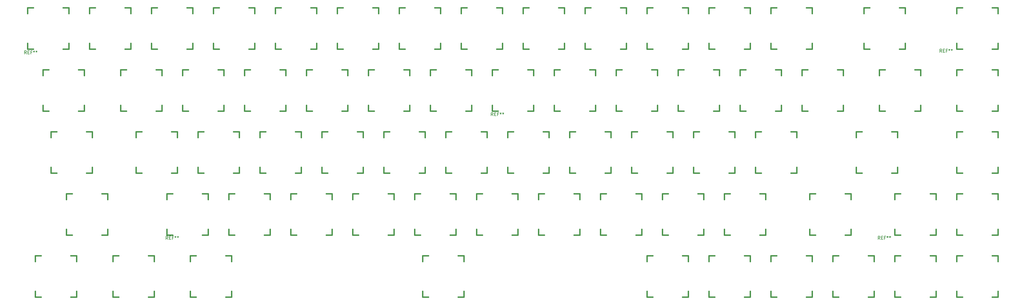
<source format=gto>
G04 #@! TF.FileFunction,Legend,Top*
%FSLAX46Y46*%
G04 Gerber Fmt 4.6, Leading zero omitted, Abs format (unit mm)*
G04 Created by KiCad (PCBNEW 4.0.7) date 02/17/18 00:52:53*
%MOMM*%
%LPD*%
G01*
G04 APERTURE LIST*
%ADD10C,0.100000*%
%ADD11C,0.381000*%
%ADD12C,0.150000*%
G04 APERTURE END LIST*
D10*
D11*
X100806250Y-36512500D02*
X102584250Y-36512500D01*
X111728250Y-36512500D02*
X113506250Y-36512500D01*
X113506250Y-36512500D02*
X113506250Y-38290500D01*
X113506250Y-47434500D02*
X113506250Y-49212500D01*
X113506250Y-49212500D02*
X111728250Y-49212500D01*
X102584250Y-49212500D02*
X100806250Y-49212500D01*
X100806250Y-49212500D02*
X100806250Y-47434500D01*
X100806250Y-38290500D02*
X100806250Y-36512500D01*
X81756250Y-36512500D02*
X83534250Y-36512500D01*
X92678250Y-36512500D02*
X94456250Y-36512500D01*
X94456250Y-36512500D02*
X94456250Y-38290500D01*
X94456250Y-47434500D02*
X94456250Y-49212500D01*
X94456250Y-49212500D02*
X92678250Y-49212500D01*
X83534250Y-49212500D02*
X81756250Y-49212500D01*
X81756250Y-49212500D02*
X81756250Y-47434500D01*
X81756250Y-38290500D02*
X81756250Y-36512500D01*
X86518750Y-55562500D02*
X88296750Y-55562500D01*
X97440750Y-55562500D02*
X99218750Y-55562500D01*
X99218750Y-55562500D02*
X99218750Y-57340500D01*
X99218750Y-66484500D02*
X99218750Y-68262500D01*
X99218750Y-68262500D02*
X97440750Y-68262500D01*
X88296750Y-68262500D02*
X86518750Y-68262500D01*
X86518750Y-68262500D02*
X86518750Y-66484500D01*
X86518750Y-57340500D02*
X86518750Y-55562500D01*
X88900000Y-74612500D02*
X90678000Y-74612500D01*
X99822000Y-74612500D02*
X101600000Y-74612500D01*
X101600000Y-74612500D02*
X101600000Y-76390500D01*
X101600000Y-85534500D02*
X101600000Y-87312500D01*
X101600000Y-87312500D02*
X99822000Y-87312500D01*
X90678000Y-87312500D02*
X88900000Y-87312500D01*
X88900000Y-87312500D02*
X88900000Y-85534500D01*
X88900000Y-76390500D02*
X88900000Y-74612500D01*
X93662500Y-93662500D02*
X95440500Y-93662500D01*
X104584500Y-93662500D02*
X106362500Y-93662500D01*
X106362500Y-93662500D02*
X106362500Y-95440500D01*
X106362500Y-104584500D02*
X106362500Y-106362500D01*
X106362500Y-106362500D02*
X104584500Y-106362500D01*
X95440500Y-106362500D02*
X93662500Y-106362500D01*
X93662500Y-106362500D02*
X93662500Y-104584500D01*
X93662500Y-95440500D02*
X93662500Y-93662500D01*
X84137500Y-112712500D02*
X85915500Y-112712500D01*
X95059500Y-112712500D02*
X96837500Y-112712500D01*
X96837500Y-112712500D02*
X96837500Y-114490500D01*
X96837500Y-123634500D02*
X96837500Y-125412500D01*
X96837500Y-125412500D02*
X95059500Y-125412500D01*
X85915500Y-125412500D02*
X84137500Y-125412500D01*
X84137500Y-125412500D02*
X84137500Y-123634500D01*
X84137500Y-114490500D02*
X84137500Y-112712500D01*
X110331250Y-55562500D02*
X112109250Y-55562500D01*
X121253250Y-55562500D02*
X123031250Y-55562500D01*
X123031250Y-55562500D02*
X123031250Y-57340500D01*
X123031250Y-66484500D02*
X123031250Y-68262500D01*
X123031250Y-68262500D02*
X121253250Y-68262500D01*
X112109250Y-68262500D02*
X110331250Y-68262500D01*
X110331250Y-68262500D02*
X110331250Y-66484500D01*
X110331250Y-57340500D02*
X110331250Y-55562500D01*
X115093750Y-74612500D02*
X116871750Y-74612500D01*
X126015750Y-74612500D02*
X127793750Y-74612500D01*
X127793750Y-74612500D02*
X127793750Y-76390500D01*
X127793750Y-85534500D02*
X127793750Y-87312500D01*
X127793750Y-87312500D02*
X126015750Y-87312500D01*
X116871750Y-87312500D02*
X115093750Y-87312500D01*
X115093750Y-87312500D02*
X115093750Y-85534500D01*
X115093750Y-76390500D02*
X115093750Y-74612500D01*
X124618750Y-93662500D02*
X126396750Y-93662500D01*
X135540750Y-93662500D02*
X137318750Y-93662500D01*
X137318750Y-93662500D02*
X137318750Y-95440500D01*
X137318750Y-104584500D02*
X137318750Y-106362500D01*
X137318750Y-106362500D02*
X135540750Y-106362500D01*
X126396750Y-106362500D02*
X124618750Y-106362500D01*
X124618750Y-106362500D02*
X124618750Y-104584500D01*
X124618750Y-95440500D02*
X124618750Y-93662500D01*
X107950000Y-112712500D02*
X109728000Y-112712500D01*
X118872000Y-112712500D02*
X120650000Y-112712500D01*
X120650000Y-112712500D02*
X120650000Y-114490500D01*
X120650000Y-123634500D02*
X120650000Y-125412500D01*
X120650000Y-125412500D02*
X118872000Y-125412500D01*
X109728000Y-125412500D02*
X107950000Y-125412500D01*
X107950000Y-125412500D02*
X107950000Y-123634500D01*
X107950000Y-114490500D02*
X107950000Y-112712500D01*
X131762500Y-112712500D02*
X133540500Y-112712500D01*
X142684500Y-112712500D02*
X144462500Y-112712500D01*
X144462500Y-112712500D02*
X144462500Y-114490500D01*
X144462500Y-123634500D02*
X144462500Y-125412500D01*
X144462500Y-125412500D02*
X142684500Y-125412500D01*
X133540500Y-125412500D02*
X131762500Y-125412500D01*
X131762500Y-125412500D02*
X131762500Y-123634500D01*
X131762500Y-114490500D02*
X131762500Y-112712500D01*
X119856250Y-36512500D02*
X121634250Y-36512500D01*
X130778250Y-36512500D02*
X132556250Y-36512500D01*
X132556250Y-36512500D02*
X132556250Y-38290500D01*
X132556250Y-47434500D02*
X132556250Y-49212500D01*
X132556250Y-49212500D02*
X130778250Y-49212500D01*
X121634250Y-49212500D02*
X119856250Y-49212500D01*
X119856250Y-49212500D02*
X119856250Y-47434500D01*
X119856250Y-38290500D02*
X119856250Y-36512500D01*
X129381250Y-55562500D02*
X131159250Y-55562500D01*
X140303250Y-55562500D02*
X142081250Y-55562500D01*
X142081250Y-55562500D02*
X142081250Y-57340500D01*
X142081250Y-66484500D02*
X142081250Y-68262500D01*
X142081250Y-68262500D02*
X140303250Y-68262500D01*
X131159250Y-68262500D02*
X129381250Y-68262500D01*
X129381250Y-68262500D02*
X129381250Y-66484500D01*
X129381250Y-57340500D02*
X129381250Y-55562500D01*
X134143750Y-74612500D02*
X135921750Y-74612500D01*
X145065750Y-74612500D02*
X146843750Y-74612500D01*
X146843750Y-74612500D02*
X146843750Y-76390500D01*
X146843750Y-85534500D02*
X146843750Y-87312500D01*
X146843750Y-87312500D02*
X145065750Y-87312500D01*
X135921750Y-87312500D02*
X134143750Y-87312500D01*
X134143750Y-87312500D02*
X134143750Y-85534500D01*
X134143750Y-76390500D02*
X134143750Y-74612500D01*
X143668750Y-93662500D02*
X145446750Y-93662500D01*
X154590750Y-93662500D02*
X156368750Y-93662500D01*
X156368750Y-93662500D02*
X156368750Y-95440500D01*
X156368750Y-104584500D02*
X156368750Y-106362500D01*
X156368750Y-106362500D02*
X154590750Y-106362500D01*
X145446750Y-106362500D02*
X143668750Y-106362500D01*
X143668750Y-106362500D02*
X143668750Y-104584500D01*
X143668750Y-95440500D02*
X143668750Y-93662500D01*
X138906250Y-36512500D02*
X140684250Y-36512500D01*
X149828250Y-36512500D02*
X151606250Y-36512500D01*
X151606250Y-36512500D02*
X151606250Y-38290500D01*
X151606250Y-47434500D02*
X151606250Y-49212500D01*
X151606250Y-49212500D02*
X149828250Y-49212500D01*
X140684250Y-49212500D02*
X138906250Y-49212500D01*
X138906250Y-49212500D02*
X138906250Y-47434500D01*
X138906250Y-38290500D02*
X138906250Y-36512500D01*
X148431250Y-55562500D02*
X150209250Y-55562500D01*
X159353250Y-55562500D02*
X161131250Y-55562500D01*
X161131250Y-55562500D02*
X161131250Y-57340500D01*
X161131250Y-66484500D02*
X161131250Y-68262500D01*
X161131250Y-68262500D02*
X159353250Y-68262500D01*
X150209250Y-68262500D02*
X148431250Y-68262500D01*
X148431250Y-68262500D02*
X148431250Y-66484500D01*
X148431250Y-57340500D02*
X148431250Y-55562500D01*
X153193750Y-74612500D02*
X154971750Y-74612500D01*
X164115750Y-74612500D02*
X165893750Y-74612500D01*
X165893750Y-74612500D02*
X165893750Y-76390500D01*
X165893750Y-85534500D02*
X165893750Y-87312500D01*
X165893750Y-87312500D02*
X164115750Y-87312500D01*
X154971750Y-87312500D02*
X153193750Y-87312500D01*
X153193750Y-87312500D02*
X153193750Y-85534500D01*
X153193750Y-76390500D02*
X153193750Y-74612500D01*
X162718750Y-93662500D02*
X164496750Y-93662500D01*
X173640750Y-93662500D02*
X175418750Y-93662500D01*
X175418750Y-93662500D02*
X175418750Y-95440500D01*
X175418750Y-104584500D02*
X175418750Y-106362500D01*
X175418750Y-106362500D02*
X173640750Y-106362500D01*
X164496750Y-106362500D02*
X162718750Y-106362500D01*
X162718750Y-106362500D02*
X162718750Y-104584500D01*
X162718750Y-95440500D02*
X162718750Y-93662500D01*
X157956250Y-36512500D02*
X159734250Y-36512500D01*
X168878250Y-36512500D02*
X170656250Y-36512500D01*
X170656250Y-36512500D02*
X170656250Y-38290500D01*
X170656250Y-47434500D02*
X170656250Y-49212500D01*
X170656250Y-49212500D02*
X168878250Y-49212500D01*
X159734250Y-49212500D02*
X157956250Y-49212500D01*
X157956250Y-49212500D02*
X157956250Y-47434500D01*
X157956250Y-38290500D02*
X157956250Y-36512500D01*
X167481250Y-55562500D02*
X169259250Y-55562500D01*
X178403250Y-55562500D02*
X180181250Y-55562500D01*
X180181250Y-55562500D02*
X180181250Y-57340500D01*
X180181250Y-66484500D02*
X180181250Y-68262500D01*
X180181250Y-68262500D02*
X178403250Y-68262500D01*
X169259250Y-68262500D02*
X167481250Y-68262500D01*
X167481250Y-68262500D02*
X167481250Y-66484500D01*
X167481250Y-57340500D02*
X167481250Y-55562500D01*
X172243750Y-74612500D02*
X174021750Y-74612500D01*
X183165750Y-74612500D02*
X184943750Y-74612500D01*
X184943750Y-74612500D02*
X184943750Y-76390500D01*
X184943750Y-85534500D02*
X184943750Y-87312500D01*
X184943750Y-87312500D02*
X183165750Y-87312500D01*
X174021750Y-87312500D02*
X172243750Y-87312500D01*
X172243750Y-87312500D02*
X172243750Y-85534500D01*
X172243750Y-76390500D02*
X172243750Y-74612500D01*
X181768750Y-93662500D02*
X183546750Y-93662500D01*
X192690750Y-93662500D02*
X194468750Y-93662500D01*
X194468750Y-93662500D02*
X194468750Y-95440500D01*
X194468750Y-104584500D02*
X194468750Y-106362500D01*
X194468750Y-106362500D02*
X192690750Y-106362500D01*
X183546750Y-106362500D02*
X181768750Y-106362500D01*
X181768750Y-106362500D02*
X181768750Y-104584500D01*
X181768750Y-95440500D02*
X181768750Y-93662500D01*
X177006250Y-36512500D02*
X178784250Y-36512500D01*
X187928250Y-36512500D02*
X189706250Y-36512500D01*
X189706250Y-36512500D02*
X189706250Y-38290500D01*
X189706250Y-47434500D02*
X189706250Y-49212500D01*
X189706250Y-49212500D02*
X187928250Y-49212500D01*
X178784250Y-49212500D02*
X177006250Y-49212500D01*
X177006250Y-49212500D02*
X177006250Y-47434500D01*
X177006250Y-38290500D02*
X177006250Y-36512500D01*
X186531250Y-55562500D02*
X188309250Y-55562500D01*
X197453250Y-55562500D02*
X199231250Y-55562500D01*
X199231250Y-55562500D02*
X199231250Y-57340500D01*
X199231250Y-66484500D02*
X199231250Y-68262500D01*
X199231250Y-68262500D02*
X197453250Y-68262500D01*
X188309250Y-68262500D02*
X186531250Y-68262500D01*
X186531250Y-68262500D02*
X186531250Y-66484500D01*
X186531250Y-57340500D02*
X186531250Y-55562500D01*
X191293750Y-74612500D02*
X193071750Y-74612500D01*
X202215750Y-74612500D02*
X203993750Y-74612500D01*
X203993750Y-74612500D02*
X203993750Y-76390500D01*
X203993750Y-85534500D02*
X203993750Y-87312500D01*
X203993750Y-87312500D02*
X202215750Y-87312500D01*
X193071750Y-87312500D02*
X191293750Y-87312500D01*
X191293750Y-87312500D02*
X191293750Y-85534500D01*
X191293750Y-76390500D02*
X191293750Y-74612500D01*
X200818750Y-93662500D02*
X202596750Y-93662500D01*
X211740750Y-93662500D02*
X213518750Y-93662500D01*
X213518750Y-93662500D02*
X213518750Y-95440500D01*
X213518750Y-104584500D02*
X213518750Y-106362500D01*
X213518750Y-106362500D02*
X211740750Y-106362500D01*
X202596750Y-106362500D02*
X200818750Y-106362500D01*
X200818750Y-106362500D02*
X200818750Y-104584500D01*
X200818750Y-95440500D02*
X200818750Y-93662500D01*
X196056250Y-36512500D02*
X197834250Y-36512500D01*
X206978250Y-36512500D02*
X208756250Y-36512500D01*
X208756250Y-36512500D02*
X208756250Y-38290500D01*
X208756250Y-47434500D02*
X208756250Y-49212500D01*
X208756250Y-49212500D02*
X206978250Y-49212500D01*
X197834250Y-49212500D02*
X196056250Y-49212500D01*
X196056250Y-49212500D02*
X196056250Y-47434500D01*
X196056250Y-38290500D02*
X196056250Y-36512500D01*
X205581250Y-55562500D02*
X207359250Y-55562500D01*
X216503250Y-55562500D02*
X218281250Y-55562500D01*
X218281250Y-55562500D02*
X218281250Y-57340500D01*
X218281250Y-66484500D02*
X218281250Y-68262500D01*
X218281250Y-68262500D02*
X216503250Y-68262500D01*
X207359250Y-68262500D02*
X205581250Y-68262500D01*
X205581250Y-68262500D02*
X205581250Y-66484500D01*
X205581250Y-57340500D02*
X205581250Y-55562500D01*
X210343750Y-74612500D02*
X212121750Y-74612500D01*
X221265750Y-74612500D02*
X223043750Y-74612500D01*
X223043750Y-74612500D02*
X223043750Y-76390500D01*
X223043750Y-85534500D02*
X223043750Y-87312500D01*
X223043750Y-87312500D02*
X221265750Y-87312500D01*
X212121750Y-87312500D02*
X210343750Y-87312500D01*
X210343750Y-87312500D02*
X210343750Y-85534500D01*
X210343750Y-76390500D02*
X210343750Y-74612500D01*
X219868750Y-93662500D02*
X221646750Y-93662500D01*
X230790750Y-93662500D02*
X232568750Y-93662500D01*
X232568750Y-93662500D02*
X232568750Y-95440500D01*
X232568750Y-104584500D02*
X232568750Y-106362500D01*
X232568750Y-106362500D02*
X230790750Y-106362500D01*
X221646750Y-106362500D02*
X219868750Y-106362500D01*
X219868750Y-106362500D02*
X219868750Y-104584500D01*
X219868750Y-95440500D02*
X219868750Y-93662500D01*
X203200000Y-112712500D02*
X204978000Y-112712500D01*
X214122000Y-112712500D02*
X215900000Y-112712500D01*
X215900000Y-112712500D02*
X215900000Y-114490500D01*
X215900000Y-123634500D02*
X215900000Y-125412500D01*
X215900000Y-125412500D02*
X214122000Y-125412500D01*
X204978000Y-125412500D02*
X203200000Y-125412500D01*
X203200000Y-125412500D02*
X203200000Y-123634500D01*
X203200000Y-114490500D02*
X203200000Y-112712500D01*
X215106250Y-36512500D02*
X216884250Y-36512500D01*
X226028250Y-36512500D02*
X227806250Y-36512500D01*
X227806250Y-36512500D02*
X227806250Y-38290500D01*
X227806250Y-47434500D02*
X227806250Y-49212500D01*
X227806250Y-49212500D02*
X226028250Y-49212500D01*
X216884250Y-49212500D02*
X215106250Y-49212500D01*
X215106250Y-49212500D02*
X215106250Y-47434500D01*
X215106250Y-38290500D02*
X215106250Y-36512500D01*
X224631250Y-55562500D02*
X226409250Y-55562500D01*
X235553250Y-55562500D02*
X237331250Y-55562500D01*
X237331250Y-55562500D02*
X237331250Y-57340500D01*
X237331250Y-66484500D02*
X237331250Y-68262500D01*
X237331250Y-68262500D02*
X235553250Y-68262500D01*
X226409250Y-68262500D02*
X224631250Y-68262500D01*
X224631250Y-68262500D02*
X224631250Y-66484500D01*
X224631250Y-57340500D02*
X224631250Y-55562500D01*
X229393750Y-74612500D02*
X231171750Y-74612500D01*
X240315750Y-74612500D02*
X242093750Y-74612500D01*
X242093750Y-74612500D02*
X242093750Y-76390500D01*
X242093750Y-85534500D02*
X242093750Y-87312500D01*
X242093750Y-87312500D02*
X240315750Y-87312500D01*
X231171750Y-87312500D02*
X229393750Y-87312500D01*
X229393750Y-87312500D02*
X229393750Y-85534500D01*
X229393750Y-76390500D02*
X229393750Y-74612500D01*
X238918750Y-93662500D02*
X240696750Y-93662500D01*
X249840750Y-93662500D02*
X251618750Y-93662500D01*
X251618750Y-93662500D02*
X251618750Y-95440500D01*
X251618750Y-104584500D02*
X251618750Y-106362500D01*
X251618750Y-106362500D02*
X249840750Y-106362500D01*
X240696750Y-106362500D02*
X238918750Y-106362500D01*
X238918750Y-106362500D02*
X238918750Y-104584500D01*
X238918750Y-95440500D02*
X238918750Y-93662500D01*
X234156250Y-36512500D02*
X235934250Y-36512500D01*
X245078250Y-36512500D02*
X246856250Y-36512500D01*
X246856250Y-36512500D02*
X246856250Y-38290500D01*
X246856250Y-47434500D02*
X246856250Y-49212500D01*
X246856250Y-49212500D02*
X245078250Y-49212500D01*
X235934250Y-49212500D02*
X234156250Y-49212500D01*
X234156250Y-49212500D02*
X234156250Y-47434500D01*
X234156250Y-38290500D02*
X234156250Y-36512500D01*
X243681250Y-55562500D02*
X245459250Y-55562500D01*
X254603250Y-55562500D02*
X256381250Y-55562500D01*
X256381250Y-55562500D02*
X256381250Y-57340500D01*
X256381250Y-66484500D02*
X256381250Y-68262500D01*
X256381250Y-68262500D02*
X254603250Y-68262500D01*
X245459250Y-68262500D02*
X243681250Y-68262500D01*
X243681250Y-68262500D02*
X243681250Y-66484500D01*
X243681250Y-57340500D02*
X243681250Y-55562500D01*
X248443750Y-74612500D02*
X250221750Y-74612500D01*
X259365750Y-74612500D02*
X261143750Y-74612500D01*
X261143750Y-74612500D02*
X261143750Y-76390500D01*
X261143750Y-85534500D02*
X261143750Y-87312500D01*
X261143750Y-87312500D02*
X259365750Y-87312500D01*
X250221750Y-87312500D02*
X248443750Y-87312500D01*
X248443750Y-87312500D02*
X248443750Y-85534500D01*
X248443750Y-76390500D02*
X248443750Y-74612500D01*
X257968750Y-93662500D02*
X259746750Y-93662500D01*
X268890750Y-93662500D02*
X270668750Y-93662500D01*
X270668750Y-93662500D02*
X270668750Y-95440500D01*
X270668750Y-104584500D02*
X270668750Y-106362500D01*
X270668750Y-106362500D02*
X268890750Y-106362500D01*
X259746750Y-106362500D02*
X257968750Y-106362500D01*
X257968750Y-106362500D02*
X257968750Y-104584500D01*
X257968750Y-95440500D02*
X257968750Y-93662500D01*
X253206250Y-36512500D02*
X254984250Y-36512500D01*
X264128250Y-36512500D02*
X265906250Y-36512500D01*
X265906250Y-36512500D02*
X265906250Y-38290500D01*
X265906250Y-47434500D02*
X265906250Y-49212500D01*
X265906250Y-49212500D02*
X264128250Y-49212500D01*
X254984250Y-49212500D02*
X253206250Y-49212500D01*
X253206250Y-49212500D02*
X253206250Y-47434500D01*
X253206250Y-38290500D02*
X253206250Y-36512500D01*
X262731250Y-55562500D02*
X264509250Y-55562500D01*
X273653250Y-55562500D02*
X275431250Y-55562500D01*
X275431250Y-55562500D02*
X275431250Y-57340500D01*
X275431250Y-66484500D02*
X275431250Y-68262500D01*
X275431250Y-68262500D02*
X273653250Y-68262500D01*
X264509250Y-68262500D02*
X262731250Y-68262500D01*
X262731250Y-68262500D02*
X262731250Y-66484500D01*
X262731250Y-57340500D02*
X262731250Y-55562500D01*
X267493750Y-74612500D02*
X269271750Y-74612500D01*
X278415750Y-74612500D02*
X280193750Y-74612500D01*
X280193750Y-74612500D02*
X280193750Y-76390500D01*
X280193750Y-85534500D02*
X280193750Y-87312500D01*
X280193750Y-87312500D02*
X278415750Y-87312500D01*
X269271750Y-87312500D02*
X267493750Y-87312500D01*
X267493750Y-87312500D02*
X267493750Y-85534500D01*
X267493750Y-76390500D02*
X267493750Y-74612500D01*
X277018750Y-93662500D02*
X278796750Y-93662500D01*
X287940750Y-93662500D02*
X289718750Y-93662500D01*
X289718750Y-93662500D02*
X289718750Y-95440500D01*
X289718750Y-104584500D02*
X289718750Y-106362500D01*
X289718750Y-106362500D02*
X287940750Y-106362500D01*
X278796750Y-106362500D02*
X277018750Y-106362500D01*
X277018750Y-106362500D02*
X277018750Y-104584500D01*
X277018750Y-95440500D02*
X277018750Y-93662500D01*
X272256250Y-36512500D02*
X274034250Y-36512500D01*
X283178250Y-36512500D02*
X284956250Y-36512500D01*
X284956250Y-36512500D02*
X284956250Y-38290500D01*
X284956250Y-47434500D02*
X284956250Y-49212500D01*
X284956250Y-49212500D02*
X283178250Y-49212500D01*
X274034250Y-49212500D02*
X272256250Y-49212500D01*
X272256250Y-49212500D02*
X272256250Y-47434500D01*
X272256250Y-38290500D02*
X272256250Y-36512500D01*
X281781250Y-55562500D02*
X283559250Y-55562500D01*
X292703250Y-55562500D02*
X294481250Y-55562500D01*
X294481250Y-55562500D02*
X294481250Y-57340500D01*
X294481250Y-66484500D02*
X294481250Y-68262500D01*
X294481250Y-68262500D02*
X292703250Y-68262500D01*
X283559250Y-68262500D02*
X281781250Y-68262500D01*
X281781250Y-68262500D02*
X281781250Y-66484500D01*
X281781250Y-57340500D02*
X281781250Y-55562500D01*
X286543750Y-74612500D02*
X288321750Y-74612500D01*
X297465750Y-74612500D02*
X299243750Y-74612500D01*
X299243750Y-74612500D02*
X299243750Y-76390500D01*
X299243750Y-85534500D02*
X299243750Y-87312500D01*
X299243750Y-87312500D02*
X297465750Y-87312500D01*
X288321750Y-87312500D02*
X286543750Y-87312500D01*
X286543750Y-87312500D02*
X286543750Y-85534500D01*
X286543750Y-76390500D02*
X286543750Y-74612500D01*
X296068750Y-93662500D02*
X297846750Y-93662500D01*
X306990750Y-93662500D02*
X308768750Y-93662500D01*
X308768750Y-93662500D02*
X308768750Y-95440500D01*
X308768750Y-104584500D02*
X308768750Y-106362500D01*
X308768750Y-106362500D02*
X306990750Y-106362500D01*
X297846750Y-106362500D02*
X296068750Y-106362500D01*
X296068750Y-106362500D02*
X296068750Y-104584500D01*
X296068750Y-95440500D02*
X296068750Y-93662500D01*
X272256250Y-112712500D02*
X274034250Y-112712500D01*
X283178250Y-112712500D02*
X284956250Y-112712500D01*
X284956250Y-112712500D02*
X284956250Y-114490500D01*
X284956250Y-123634500D02*
X284956250Y-125412500D01*
X284956250Y-125412500D02*
X283178250Y-125412500D01*
X274034250Y-125412500D02*
X272256250Y-125412500D01*
X272256250Y-125412500D02*
X272256250Y-123634500D01*
X272256250Y-114490500D02*
X272256250Y-112712500D01*
X291306250Y-36512500D02*
X293084250Y-36512500D01*
X302228250Y-36512500D02*
X304006250Y-36512500D01*
X304006250Y-36512500D02*
X304006250Y-38290500D01*
X304006250Y-47434500D02*
X304006250Y-49212500D01*
X304006250Y-49212500D02*
X302228250Y-49212500D01*
X293084250Y-49212500D02*
X291306250Y-49212500D01*
X291306250Y-49212500D02*
X291306250Y-47434500D01*
X291306250Y-38290500D02*
X291306250Y-36512500D01*
X300831250Y-55562500D02*
X302609250Y-55562500D01*
X311753250Y-55562500D02*
X313531250Y-55562500D01*
X313531250Y-55562500D02*
X313531250Y-57340500D01*
X313531250Y-66484500D02*
X313531250Y-68262500D01*
X313531250Y-68262500D02*
X311753250Y-68262500D01*
X302609250Y-68262500D02*
X300831250Y-68262500D01*
X300831250Y-68262500D02*
X300831250Y-66484500D01*
X300831250Y-57340500D02*
X300831250Y-55562500D01*
X305593750Y-74612500D02*
X307371750Y-74612500D01*
X316515750Y-74612500D02*
X318293750Y-74612500D01*
X318293750Y-74612500D02*
X318293750Y-76390500D01*
X318293750Y-85534500D02*
X318293750Y-87312500D01*
X318293750Y-87312500D02*
X316515750Y-87312500D01*
X307371750Y-87312500D02*
X305593750Y-87312500D01*
X305593750Y-87312500D02*
X305593750Y-85534500D01*
X305593750Y-76390500D02*
X305593750Y-74612500D01*
X291306250Y-112712500D02*
X293084250Y-112712500D01*
X302228250Y-112712500D02*
X304006250Y-112712500D01*
X304006250Y-112712500D02*
X304006250Y-114490500D01*
X304006250Y-123634500D02*
X304006250Y-125412500D01*
X304006250Y-125412500D02*
X302228250Y-125412500D01*
X293084250Y-125412500D02*
X291306250Y-125412500D01*
X291306250Y-125412500D02*
X291306250Y-123634500D01*
X291306250Y-114490500D02*
X291306250Y-112712500D01*
X310356250Y-36512500D02*
X312134250Y-36512500D01*
X321278250Y-36512500D02*
X323056250Y-36512500D01*
X323056250Y-36512500D02*
X323056250Y-38290500D01*
X323056250Y-47434500D02*
X323056250Y-49212500D01*
X323056250Y-49212500D02*
X321278250Y-49212500D01*
X312134250Y-49212500D02*
X310356250Y-49212500D01*
X310356250Y-49212500D02*
X310356250Y-47434500D01*
X310356250Y-38290500D02*
X310356250Y-36512500D01*
X319881250Y-55562500D02*
X321659250Y-55562500D01*
X330803250Y-55562500D02*
X332581250Y-55562500D01*
X332581250Y-55562500D02*
X332581250Y-57340500D01*
X332581250Y-66484500D02*
X332581250Y-68262500D01*
X332581250Y-68262500D02*
X330803250Y-68262500D01*
X321659250Y-68262500D02*
X319881250Y-68262500D01*
X319881250Y-68262500D02*
X319881250Y-66484500D01*
X319881250Y-57340500D02*
X319881250Y-55562500D01*
X336550000Y-74612500D02*
X338328000Y-74612500D01*
X347472000Y-74612500D02*
X349250000Y-74612500D01*
X349250000Y-74612500D02*
X349250000Y-76390500D01*
X349250000Y-85534500D02*
X349250000Y-87312500D01*
X349250000Y-87312500D02*
X347472000Y-87312500D01*
X338328000Y-87312500D02*
X336550000Y-87312500D01*
X336550000Y-87312500D02*
X336550000Y-85534500D01*
X336550000Y-76390500D02*
X336550000Y-74612500D01*
X348456250Y-93662500D02*
X350234250Y-93662500D01*
X359378250Y-93662500D02*
X361156250Y-93662500D01*
X361156250Y-93662500D02*
X361156250Y-95440500D01*
X361156250Y-104584500D02*
X361156250Y-106362500D01*
X361156250Y-106362500D02*
X359378250Y-106362500D01*
X350234250Y-106362500D02*
X348456250Y-106362500D01*
X348456250Y-106362500D02*
X348456250Y-104584500D01*
X348456250Y-95440500D02*
X348456250Y-93662500D01*
X310356250Y-112712500D02*
X312134250Y-112712500D01*
X321278250Y-112712500D02*
X323056250Y-112712500D01*
X323056250Y-112712500D02*
X323056250Y-114490500D01*
X323056250Y-123634500D02*
X323056250Y-125412500D01*
X323056250Y-125412500D02*
X321278250Y-125412500D01*
X312134250Y-125412500D02*
X310356250Y-125412500D01*
X310356250Y-125412500D02*
X310356250Y-123634500D01*
X310356250Y-114490500D02*
X310356250Y-112712500D01*
X338931250Y-36512500D02*
X340709250Y-36512500D01*
X349853250Y-36512500D02*
X351631250Y-36512500D01*
X351631250Y-36512500D02*
X351631250Y-38290500D01*
X351631250Y-47434500D02*
X351631250Y-49212500D01*
X351631250Y-49212500D02*
X349853250Y-49212500D01*
X340709250Y-49212500D02*
X338931250Y-49212500D01*
X338931250Y-49212500D02*
X338931250Y-47434500D01*
X338931250Y-38290500D02*
X338931250Y-36512500D01*
X343693750Y-55562500D02*
X345471750Y-55562500D01*
X354615750Y-55562500D02*
X356393750Y-55562500D01*
X356393750Y-55562500D02*
X356393750Y-57340500D01*
X356393750Y-66484500D02*
X356393750Y-68262500D01*
X356393750Y-68262500D02*
X354615750Y-68262500D01*
X345471750Y-68262500D02*
X343693750Y-68262500D01*
X343693750Y-68262500D02*
X343693750Y-66484500D01*
X343693750Y-57340500D02*
X343693750Y-55562500D01*
X367506250Y-74612500D02*
X369284250Y-74612500D01*
X378428250Y-74612500D02*
X380206250Y-74612500D01*
X380206250Y-74612500D02*
X380206250Y-76390500D01*
X380206250Y-85534500D02*
X380206250Y-87312500D01*
X380206250Y-87312500D02*
X378428250Y-87312500D01*
X369284250Y-87312500D02*
X367506250Y-87312500D01*
X367506250Y-87312500D02*
X367506250Y-85534500D01*
X367506250Y-76390500D02*
X367506250Y-74612500D01*
X367506250Y-93662500D02*
X369284250Y-93662500D01*
X378428250Y-93662500D02*
X380206250Y-93662500D01*
X380206250Y-93662500D02*
X380206250Y-95440500D01*
X380206250Y-104584500D02*
X380206250Y-106362500D01*
X380206250Y-106362500D02*
X378428250Y-106362500D01*
X369284250Y-106362500D02*
X367506250Y-106362500D01*
X367506250Y-106362500D02*
X367506250Y-104584500D01*
X367506250Y-95440500D02*
X367506250Y-93662500D01*
X348456250Y-112712500D02*
X350234250Y-112712500D01*
X359378250Y-112712500D02*
X361156250Y-112712500D01*
X361156250Y-112712500D02*
X361156250Y-114490500D01*
X361156250Y-123634500D02*
X361156250Y-125412500D01*
X361156250Y-125412500D02*
X359378250Y-125412500D01*
X350234250Y-125412500D02*
X348456250Y-125412500D01*
X348456250Y-125412500D02*
X348456250Y-123634500D01*
X348456250Y-114490500D02*
X348456250Y-112712500D01*
X367506250Y-36512500D02*
X369284250Y-36512500D01*
X378428250Y-36512500D02*
X380206250Y-36512500D01*
X380206250Y-36512500D02*
X380206250Y-38290500D01*
X380206250Y-47434500D02*
X380206250Y-49212500D01*
X380206250Y-49212500D02*
X378428250Y-49212500D01*
X369284250Y-49212500D02*
X367506250Y-49212500D01*
X367506250Y-49212500D02*
X367506250Y-47434500D01*
X367506250Y-38290500D02*
X367506250Y-36512500D01*
X367506250Y-55562500D02*
X369284250Y-55562500D01*
X378428250Y-55562500D02*
X380206250Y-55562500D01*
X380206250Y-55562500D02*
X380206250Y-57340500D01*
X380206250Y-66484500D02*
X380206250Y-68262500D01*
X380206250Y-68262500D02*
X378428250Y-68262500D01*
X369284250Y-68262500D02*
X367506250Y-68262500D01*
X367506250Y-68262500D02*
X367506250Y-66484500D01*
X367506250Y-57340500D02*
X367506250Y-55562500D01*
X367506250Y-112712500D02*
X369284250Y-112712500D01*
X378428250Y-112712500D02*
X380206250Y-112712500D01*
X380206250Y-112712500D02*
X380206250Y-114490500D01*
X380206250Y-123634500D02*
X380206250Y-125412500D01*
X380206250Y-125412500D02*
X378428250Y-125412500D01*
X369284250Y-125412500D02*
X367506250Y-125412500D01*
X367506250Y-125412500D02*
X367506250Y-123634500D01*
X367506250Y-114490500D02*
X367506250Y-112712500D01*
X329406250Y-112712500D02*
X331184250Y-112712500D01*
X340328250Y-112712500D02*
X342106250Y-112712500D01*
X342106250Y-112712500D02*
X342106250Y-114490500D01*
X342106250Y-123634500D02*
X342106250Y-125412500D01*
X342106250Y-125412500D02*
X340328250Y-125412500D01*
X331184250Y-125412500D02*
X329406250Y-125412500D01*
X329406250Y-125412500D02*
X329406250Y-123634500D01*
X329406250Y-114490500D02*
X329406250Y-112712500D01*
X322262500Y-93662500D02*
X324040500Y-93662500D01*
X333184500Y-93662500D02*
X334962500Y-93662500D01*
X334962500Y-93662500D02*
X334962500Y-95440500D01*
X334962500Y-104584500D02*
X334962500Y-106362500D01*
X334962500Y-106362500D02*
X333184500Y-106362500D01*
X324040500Y-106362500D02*
X322262500Y-106362500D01*
X322262500Y-106362500D02*
X322262500Y-104584500D01*
X322262500Y-95440500D02*
X322262500Y-93662500D01*
D12*
X81416667Y-50702381D02*
X81083333Y-50226190D01*
X80845238Y-50702381D02*
X80845238Y-49702381D01*
X81226191Y-49702381D01*
X81321429Y-49750000D01*
X81369048Y-49797619D01*
X81416667Y-49892857D01*
X81416667Y-50035714D01*
X81369048Y-50130952D01*
X81321429Y-50178571D01*
X81226191Y-50226190D01*
X80845238Y-50226190D01*
X81845238Y-50178571D02*
X82178572Y-50178571D01*
X82321429Y-50702381D02*
X81845238Y-50702381D01*
X81845238Y-49702381D01*
X82321429Y-49702381D01*
X83083334Y-50178571D02*
X82750000Y-50178571D01*
X82750000Y-50702381D02*
X82750000Y-49702381D01*
X83226191Y-49702381D01*
X83750000Y-49702381D02*
X83750000Y-49940476D01*
X83511905Y-49845238D02*
X83750000Y-49940476D01*
X83988096Y-49845238D01*
X83607143Y-50130952D02*
X83750000Y-49940476D01*
X83892858Y-50130952D01*
X84511905Y-49702381D02*
X84511905Y-49940476D01*
X84273810Y-49845238D02*
X84511905Y-49940476D01*
X84750001Y-49845238D01*
X84369048Y-50130952D02*
X84511905Y-49940476D01*
X84654763Y-50130952D01*
X124916667Y-107702381D02*
X124583333Y-107226190D01*
X124345238Y-107702381D02*
X124345238Y-106702381D01*
X124726191Y-106702381D01*
X124821429Y-106750000D01*
X124869048Y-106797619D01*
X124916667Y-106892857D01*
X124916667Y-107035714D01*
X124869048Y-107130952D01*
X124821429Y-107178571D01*
X124726191Y-107226190D01*
X124345238Y-107226190D01*
X125345238Y-107178571D02*
X125678572Y-107178571D01*
X125821429Y-107702381D02*
X125345238Y-107702381D01*
X125345238Y-106702381D01*
X125821429Y-106702381D01*
X126583334Y-107178571D02*
X126250000Y-107178571D01*
X126250000Y-107702381D02*
X126250000Y-106702381D01*
X126726191Y-106702381D01*
X127250000Y-106702381D02*
X127250000Y-106940476D01*
X127011905Y-106845238D02*
X127250000Y-106940476D01*
X127488096Y-106845238D01*
X127107143Y-107130952D02*
X127250000Y-106940476D01*
X127392858Y-107130952D01*
X128011905Y-106702381D02*
X128011905Y-106940476D01*
X127773810Y-106845238D02*
X128011905Y-106940476D01*
X128250001Y-106845238D01*
X127869048Y-107130952D02*
X128011905Y-106940476D01*
X128154763Y-107130952D01*
X362916667Y-50202381D02*
X362583333Y-49726190D01*
X362345238Y-50202381D02*
X362345238Y-49202381D01*
X362726191Y-49202381D01*
X362821429Y-49250000D01*
X362869048Y-49297619D01*
X362916667Y-49392857D01*
X362916667Y-49535714D01*
X362869048Y-49630952D01*
X362821429Y-49678571D01*
X362726191Y-49726190D01*
X362345238Y-49726190D01*
X363345238Y-49678571D02*
X363678572Y-49678571D01*
X363821429Y-50202381D02*
X363345238Y-50202381D01*
X363345238Y-49202381D01*
X363821429Y-49202381D01*
X364583334Y-49678571D02*
X364250000Y-49678571D01*
X364250000Y-50202381D02*
X364250000Y-49202381D01*
X364726191Y-49202381D01*
X365250000Y-49202381D02*
X365250000Y-49440476D01*
X365011905Y-49345238D02*
X365250000Y-49440476D01*
X365488096Y-49345238D01*
X365107143Y-49630952D02*
X365250000Y-49440476D01*
X365392858Y-49630952D01*
X366011905Y-49202381D02*
X366011905Y-49440476D01*
X365773810Y-49345238D02*
X366011905Y-49440476D01*
X366250001Y-49345238D01*
X365869048Y-49630952D02*
X366011905Y-49440476D01*
X366154763Y-49630952D01*
X343916667Y-107702381D02*
X343583333Y-107226190D01*
X343345238Y-107702381D02*
X343345238Y-106702381D01*
X343726191Y-106702381D01*
X343821429Y-106750000D01*
X343869048Y-106797619D01*
X343916667Y-106892857D01*
X343916667Y-107035714D01*
X343869048Y-107130952D01*
X343821429Y-107178571D01*
X343726191Y-107226190D01*
X343345238Y-107226190D01*
X344345238Y-107178571D02*
X344678572Y-107178571D01*
X344821429Y-107702381D02*
X344345238Y-107702381D01*
X344345238Y-106702381D01*
X344821429Y-106702381D01*
X345583334Y-107178571D02*
X345250000Y-107178571D01*
X345250000Y-107702381D02*
X345250000Y-106702381D01*
X345726191Y-106702381D01*
X346250000Y-106702381D02*
X346250000Y-106940476D01*
X346011905Y-106845238D02*
X346250000Y-106940476D01*
X346488096Y-106845238D01*
X346107143Y-107130952D02*
X346250000Y-106940476D01*
X346392858Y-107130952D01*
X347011905Y-106702381D02*
X347011905Y-106940476D01*
X346773810Y-106845238D02*
X347011905Y-106940476D01*
X347250001Y-106845238D01*
X346869048Y-107130952D02*
X347011905Y-106940476D01*
X347154763Y-107130952D01*
X224916667Y-69702381D02*
X224583333Y-69226190D01*
X224345238Y-69702381D02*
X224345238Y-68702381D01*
X224726191Y-68702381D01*
X224821429Y-68750000D01*
X224869048Y-68797619D01*
X224916667Y-68892857D01*
X224916667Y-69035714D01*
X224869048Y-69130952D01*
X224821429Y-69178571D01*
X224726191Y-69226190D01*
X224345238Y-69226190D01*
X225345238Y-69178571D02*
X225678572Y-69178571D01*
X225821429Y-69702381D02*
X225345238Y-69702381D01*
X225345238Y-68702381D01*
X225821429Y-68702381D01*
X226583334Y-69178571D02*
X226250000Y-69178571D01*
X226250000Y-69702381D02*
X226250000Y-68702381D01*
X226726191Y-68702381D01*
X227250000Y-68702381D02*
X227250000Y-68940476D01*
X227011905Y-68845238D02*
X227250000Y-68940476D01*
X227488096Y-68845238D01*
X227107143Y-69130952D02*
X227250000Y-68940476D01*
X227392858Y-69130952D01*
X228011905Y-68702381D02*
X228011905Y-68940476D01*
X227773810Y-68845238D02*
X228011905Y-68940476D01*
X228250001Y-68845238D01*
X227869048Y-69130952D02*
X228011905Y-68940476D01*
X228154763Y-69130952D01*
M02*

</source>
